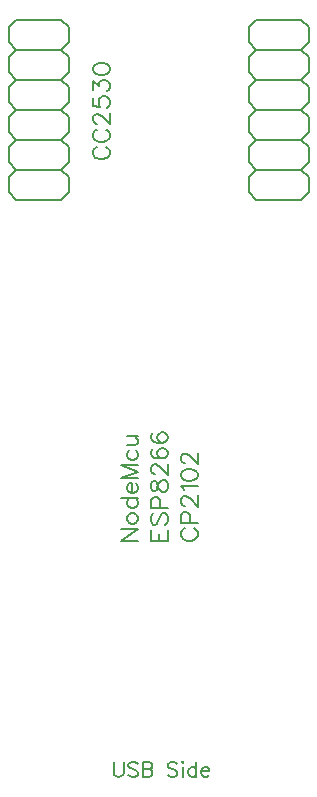
<source format=gto>
G04 Layer: TopSilkLayer*
G04 EasyEDA v6.3.22, 2020-02-26T16:32:33+01:00*
G04 ac0fba72113b465c8b3373fc4e38c277,2f1dc3ff27c442d188d0821d71f234e9,10*
G04 Gerber Generator version 0.2*
G04 Scale: 100 percent, Rotated: No, Reflected: No *
G04 Dimensions in millimeters *
G04 leading zeros omitted , absolute positions ,3 integer and 3 decimal *
%FSLAX33Y33*%
%MOMM*%
G90*
G71D02*

%ADD17C,0.203200*%

%LPD*%
G54D17*
G01X1143Y62484D02*
G01X4953Y62484D01*
G01X5588Y63119D01*
G01X5588Y64389D01*
G01X4953Y65024D01*
G01X1143Y65024D01*
G01X508Y64389D01*
G01X508Y63119D01*
G01X1143Y62484D01*
G01X508Y61849D01*
G01X508Y60579D01*
G01X1143Y59944D01*
G01X508Y59309D01*
G01X508Y58039D01*
G01X1143Y57404D01*
G01X508Y56769D01*
G01X508Y55499D01*
G01X1143Y54864D01*
G01X508Y54229D01*
G01X508Y52959D01*
G01X1143Y52324D01*
G01X508Y51689D01*
G01X508Y50419D01*
G01X1143Y49784D01*
G01X4953Y49784D01*
G01X5588Y50419D01*
G01X5588Y51689D01*
G01X4953Y52324D01*
G01X5588Y52959D01*
G01X5588Y54229D01*
G01X4953Y54864D01*
G01X5588Y55499D01*
G01X5588Y56769D01*
G01X4953Y57404D01*
G01X5588Y58039D01*
G01X5588Y59309D01*
G01X4953Y59944D01*
G01X5588Y60579D01*
G01X5588Y61849D01*
G01X4953Y62484D01*
G01X1143Y52324D02*
G01X4953Y52324D01*
G01X1143Y54864D02*
G01X4953Y54864D01*
G01X1143Y57404D02*
G01X4953Y57404D01*
G01X1143Y59944D02*
G01X4953Y59944D01*
G01X21463Y62484D02*
G01X25273Y62484D01*
G01X25908Y63119D01*
G01X25908Y64389D01*
G01X25273Y65024D01*
G01X21463Y65024D01*
G01X20828Y64389D01*
G01X20828Y63119D01*
G01X21463Y62484D01*
G01X20828Y61849D01*
G01X20828Y60579D01*
G01X21463Y59944D01*
G01X20828Y59309D01*
G01X20828Y58039D01*
G01X21463Y57404D01*
G01X20828Y56769D01*
G01X20828Y55499D01*
G01X21463Y54864D01*
G01X20828Y54229D01*
G01X20828Y52959D01*
G01X21463Y52324D01*
G01X20828Y51689D01*
G01X20828Y50419D01*
G01X21463Y49784D01*
G01X25273Y49784D01*
G01X25908Y50419D01*
G01X25908Y51689D01*
G01X25273Y52324D01*
G01X25908Y52959D01*
G01X25908Y54229D01*
G01X25273Y54864D01*
G01X25908Y55499D01*
G01X25908Y56769D01*
G01X25273Y57404D01*
G01X25908Y58039D01*
G01X25908Y59309D01*
G01X25273Y59944D01*
G01X25908Y60579D01*
G01X25908Y61849D01*
G01X25273Y62484D01*
G01X21463Y52324D02*
G01X25273Y52324D01*
G01X21463Y54864D02*
G01X25273Y54864D01*
G01X21463Y57404D02*
G01X25273Y57404D01*
G01X21463Y59944D02*
G01X25273Y59944D01*
G01X9398Y2156D02*
G01X9398Y1270D01*
G01X9456Y1092D01*
G01X9575Y975D01*
G01X9753Y916D01*
G01X9870Y916D01*
G01X10048Y975D01*
G01X10165Y1092D01*
G01X10226Y1270D01*
G01X10226Y2156D01*
G01X11442Y1978D02*
G01X11323Y2098D01*
G01X11148Y2156D01*
G01X10911Y2156D01*
G01X10734Y2098D01*
G01X10614Y1978D01*
G01X10614Y1861D01*
G01X10675Y1742D01*
G01X10734Y1684D01*
G01X10850Y1625D01*
G01X11206Y1506D01*
G01X11323Y1447D01*
G01X11384Y1389D01*
G01X11442Y1270D01*
G01X11442Y1092D01*
G01X11323Y975D01*
G01X11148Y916D01*
G01X10911Y916D01*
G01X10734Y975D01*
G01X10614Y1092D01*
G01X11831Y2156D02*
G01X11831Y916D01*
G01X11831Y2156D02*
G01X12364Y2156D01*
G01X12542Y2098D01*
G01X12600Y2039D01*
G01X12659Y1920D01*
G01X12659Y1803D01*
G01X12600Y1684D01*
G01X12542Y1625D01*
G01X12364Y1567D01*
G01X11831Y1567D02*
G01X12364Y1567D01*
G01X12542Y1506D01*
G01X12600Y1447D01*
G01X12659Y1328D01*
G01X12659Y1153D01*
G01X12600Y1033D01*
G01X12542Y975D01*
G01X12364Y916D01*
G01X11831Y916D01*
G01X14787Y1978D02*
G01X14668Y2098D01*
G01X14490Y2156D01*
G01X14254Y2156D01*
G01X14079Y2098D01*
G01X13959Y1978D01*
G01X13959Y1861D01*
G01X14018Y1742D01*
G01X14079Y1684D01*
G01X14196Y1625D01*
G01X14551Y1506D01*
G01X14668Y1447D01*
G01X14726Y1389D01*
G01X14787Y1270D01*
G01X14787Y1092D01*
G01X14668Y975D01*
G01X14490Y916D01*
G01X14254Y916D01*
G01X14079Y975D01*
G01X13959Y1092D01*
G01X15176Y2156D02*
G01X15234Y2098D01*
G01X15295Y2156D01*
G01X15234Y2214D01*
G01X15176Y2156D01*
G01X15234Y1742D02*
G01X15234Y916D01*
G01X16393Y2156D02*
G01X16393Y916D01*
G01X16393Y1567D02*
G01X16276Y1684D01*
G01X16156Y1742D01*
G01X15981Y1742D01*
G01X15862Y1684D01*
G01X15745Y1567D01*
G01X15684Y1389D01*
G01X15684Y1270D01*
G01X15745Y1092D01*
G01X15862Y975D01*
G01X15981Y916D01*
G01X16156Y916D01*
G01X16276Y975D01*
G01X16393Y1092D01*
G01X16784Y1389D02*
G01X17492Y1389D01*
G01X17492Y1506D01*
G01X17434Y1625D01*
G01X17376Y1684D01*
G01X17256Y1742D01*
G01X17078Y1742D01*
G01X16962Y1684D01*
G01X16842Y1567D01*
G01X16784Y1389D01*
G01X16784Y1270D01*
G01X16842Y1092D01*
G01X16962Y975D01*
G01X17078Y916D01*
G01X17256Y916D01*
G01X17376Y975D01*
G01X17492Y1092D01*
G01X10033Y20922D02*
G01X11465Y20922D01*
G01X10033Y20922D02*
G01X11465Y21877D01*
G01X10033Y21877D02*
G01X11465Y21877D01*
G01X10510Y22666D02*
G01X10579Y22532D01*
G01X10713Y22395D01*
G01X10919Y22326D01*
G01X11056Y22326D01*
G01X11259Y22395D01*
G01X11396Y22532D01*
G01X11465Y22666D01*
G01X11465Y22872D01*
G01X11396Y23007D01*
G01X11259Y23144D01*
G01X11056Y23213D01*
G01X10919Y23213D01*
G01X10713Y23144D01*
G01X10579Y23007D01*
G01X10510Y22872D01*
G01X10510Y22666D01*
G01X10033Y24480D02*
G01X11465Y24480D01*
G01X10713Y24480D02*
G01X10579Y24345D01*
G01X10510Y24208D01*
G01X10510Y24003D01*
G01X10579Y23868D01*
G01X10713Y23731D01*
G01X10919Y23662D01*
G01X11056Y23662D01*
G01X11259Y23731D01*
G01X11396Y23868D01*
G01X11465Y24003D01*
G01X11465Y24208D01*
G01X11396Y24345D01*
G01X11259Y24480D01*
G01X10919Y24930D02*
G01X10919Y25750D01*
G01X10782Y25750D01*
G01X10645Y25681D01*
G01X10579Y25613D01*
G01X10510Y25476D01*
G01X10510Y25273D01*
G01X10579Y25135D01*
G01X10713Y24998D01*
G01X10919Y24930D01*
G01X11056Y24930D01*
G01X11259Y24998D01*
G01X11396Y25135D01*
G01X11465Y25273D01*
G01X11465Y25476D01*
G01X11396Y25613D01*
G01X11259Y25750D01*
G01X10033Y26200D02*
G01X11465Y26200D01*
G01X10033Y26200D02*
G01X11465Y26743D01*
G01X10033Y27289D02*
G01X11465Y26743D01*
G01X10033Y27289D02*
G01X11465Y27289D01*
G01X10713Y28557D02*
G01X10579Y28422D01*
G01X10510Y28285D01*
G01X10510Y28082D01*
G01X10579Y27945D01*
G01X10713Y27807D01*
G01X10919Y27739D01*
G01X11056Y27739D01*
G01X11259Y27807D01*
G01X11396Y27945D01*
G01X11465Y28082D01*
G01X11465Y28285D01*
G01X11396Y28422D01*
G01X11259Y28557D01*
G01X10510Y29009D02*
G01X11191Y29009D01*
G01X11396Y29075D01*
G01X11465Y29212D01*
G01X11465Y29418D01*
G01X11396Y29552D01*
G01X11191Y29758D01*
G01X10510Y29758D02*
G01X11465Y29758D01*
G01X12547Y20922D02*
G01X13980Y20922D01*
G01X12547Y20922D02*
G01X12547Y21808D01*
G01X13230Y20922D02*
G01X13230Y21468D01*
G01X13980Y20922D02*
G01X13980Y21808D01*
G01X12753Y23213D02*
G01X12616Y23075D01*
G01X12547Y22872D01*
G01X12547Y22598D01*
G01X12616Y22395D01*
G01X12753Y22258D01*
G01X12890Y22258D01*
G01X13025Y22326D01*
G01X13093Y22395D01*
G01X13162Y22532D01*
G01X13299Y22941D01*
G01X13368Y23075D01*
G01X13434Y23144D01*
G01X13571Y23213D01*
G01X13776Y23213D01*
G01X13911Y23075D01*
G01X13980Y22872D01*
G01X13980Y22598D01*
G01X13911Y22395D01*
G01X13776Y22258D01*
G01X12547Y23662D02*
G01X13980Y23662D01*
G01X12547Y23662D02*
G01X12547Y24277D01*
G01X12616Y24480D01*
G01X12684Y24549D01*
G01X12821Y24617D01*
G01X13025Y24617D01*
G01X13162Y24549D01*
G01X13230Y24480D01*
G01X13299Y24277D01*
G01X13299Y23662D01*
G01X12547Y25407D02*
G01X12616Y25204D01*
G01X12753Y25135D01*
G01X12890Y25135D01*
G01X13025Y25204D01*
G01X13093Y25339D01*
G01X13162Y25613D01*
G01X13230Y25816D01*
G01X13368Y25953D01*
G01X13502Y26022D01*
G01X13708Y26022D01*
G01X13843Y25953D01*
G01X13911Y25885D01*
G01X13980Y25681D01*
G01X13980Y25407D01*
G01X13911Y25204D01*
G01X13843Y25135D01*
G01X13708Y25067D01*
G01X13502Y25067D01*
G01X13368Y25135D01*
G01X13230Y25273D01*
G01X13162Y25476D01*
G01X13093Y25750D01*
G01X13025Y25885D01*
G01X12890Y25953D01*
G01X12753Y25953D01*
G01X12616Y25885D01*
G01X12547Y25681D01*
G01X12547Y25407D01*
G01X12890Y26540D02*
G01X12821Y26540D01*
G01X12684Y26609D01*
G01X12616Y26677D01*
G01X12547Y26812D01*
G01X12547Y27086D01*
G01X12616Y27221D01*
G01X12684Y27289D01*
G01X12821Y27358D01*
G01X12959Y27358D01*
G01X13093Y27289D01*
G01X13299Y27152D01*
G01X13980Y26471D01*
G01X13980Y27426D01*
G01X12753Y28694D02*
G01X12616Y28625D01*
G01X12547Y28422D01*
G01X12547Y28285D01*
G01X12616Y28082D01*
G01X12821Y27945D01*
G01X13162Y27876D01*
G01X13502Y27876D01*
G01X13776Y27945D01*
G01X13911Y28082D01*
G01X13980Y28285D01*
G01X13980Y28354D01*
G01X13911Y28557D01*
G01X13776Y28694D01*
G01X13571Y28762D01*
G01X13502Y28762D01*
G01X13299Y28694D01*
G01X13162Y28557D01*
G01X13093Y28354D01*
G01X13093Y28285D01*
G01X13162Y28082D01*
G01X13299Y27945D01*
G01X13502Y27876D01*
G01X12753Y30030D02*
G01X12616Y29961D01*
G01X12547Y29758D01*
G01X12547Y29621D01*
G01X12616Y29418D01*
G01X12821Y29281D01*
G01X13162Y29212D01*
G01X13502Y29212D01*
G01X13776Y29281D01*
G01X13911Y29418D01*
G01X13980Y29621D01*
G01X13980Y29690D01*
G01X13911Y29895D01*
G01X13776Y30030D01*
G01X13571Y30099D01*
G01X13502Y30099D01*
G01X13299Y30030D01*
G01X13162Y29895D01*
G01X13093Y29690D01*
G01X13093Y29621D01*
G01X13162Y29418D01*
G01X13299Y29281D01*
G01X13502Y29212D01*
G01X15405Y21945D02*
G01X15270Y21877D01*
G01X15133Y21739D01*
G01X15064Y21602D01*
G01X15064Y21330D01*
G01X15133Y21193D01*
G01X15270Y21059D01*
G01X15405Y20990D01*
G01X15610Y20922D01*
G01X15951Y20922D01*
G01X16154Y20990D01*
G01X16291Y21059D01*
G01X16428Y21193D01*
G01X16497Y21330D01*
G01X16497Y21602D01*
G01X16428Y21739D01*
G01X16291Y21877D01*
G01X16154Y21945D01*
G01X15064Y22395D02*
G01X16497Y22395D01*
G01X15064Y22395D02*
G01X15064Y23007D01*
G01X15133Y23213D01*
G01X15201Y23281D01*
G01X15336Y23350D01*
G01X15542Y23350D01*
G01X15679Y23281D01*
G01X15745Y23213D01*
G01X15814Y23007D01*
G01X15814Y22395D01*
G01X15405Y23868D02*
G01X15336Y23868D01*
G01X15201Y23934D01*
G01X15133Y24003D01*
G01X15064Y24140D01*
G01X15064Y24411D01*
G01X15133Y24549D01*
G01X15201Y24617D01*
G01X15336Y24686D01*
G01X15473Y24686D01*
G01X15610Y24617D01*
G01X15814Y24480D01*
G01X16497Y23799D01*
G01X16497Y24754D01*
G01X15336Y25204D02*
G01X15270Y25339D01*
G01X15064Y25544D01*
G01X16497Y25544D01*
G01X15064Y26403D02*
G01X15133Y26200D01*
G01X15336Y26062D01*
G01X15679Y25994D01*
G01X15882Y25994D01*
G01X16222Y26062D01*
G01X16428Y26200D01*
G01X16497Y26403D01*
G01X16497Y26540D01*
G01X16428Y26743D01*
G01X16222Y26880D01*
G01X15882Y26949D01*
G01X15679Y26949D01*
G01X15336Y26880D01*
G01X15133Y26743D01*
G01X15064Y26540D01*
G01X15064Y26403D01*
G01X15405Y27467D02*
G01X15336Y27467D01*
G01X15201Y27536D01*
G01X15133Y27604D01*
G01X15064Y27739D01*
G01X15064Y28013D01*
G01X15133Y28148D01*
G01X15201Y28216D01*
G01X15336Y28285D01*
G01X15473Y28285D01*
G01X15610Y28216D01*
G01X15814Y28082D01*
G01X16497Y27399D01*
G01X16497Y28354D01*
G01X7980Y54236D02*
G01X7843Y54168D01*
G01X7708Y54030D01*
G01X7640Y53893D01*
G01X7640Y53621D01*
G01X7708Y53484D01*
G01X7843Y53350D01*
G01X7980Y53281D01*
G01X8186Y53213D01*
G01X8526Y53213D01*
G01X8729Y53281D01*
G01X8867Y53350D01*
G01X9004Y53484D01*
G01X9072Y53621D01*
G01X9072Y53893D01*
G01X9004Y54030D01*
G01X8867Y54168D01*
G01X8729Y54236D01*
G01X7980Y55707D02*
G01X7843Y55641D01*
G01X7708Y55504D01*
G01X7640Y55366D01*
G01X7640Y55095D01*
G01X7708Y54957D01*
G01X7843Y54823D01*
G01X7980Y54754D01*
G01X8186Y54686D01*
G01X8526Y54686D01*
G01X8729Y54754D01*
G01X8867Y54823D01*
G01X9004Y54957D01*
G01X9072Y55095D01*
G01X9072Y55366D01*
G01X9004Y55504D01*
G01X8867Y55641D01*
G01X8729Y55707D01*
G01X7980Y56225D02*
G01X7912Y56225D01*
G01X7777Y56294D01*
G01X7708Y56362D01*
G01X7640Y56499D01*
G01X7640Y56771D01*
G01X7708Y56908D01*
G01X7777Y56977D01*
G01X7912Y57045D01*
G01X8049Y57045D01*
G01X8186Y56977D01*
G01X8389Y56840D01*
G01X9072Y56159D01*
G01X9072Y57111D01*
G01X7640Y58381D02*
G01X7640Y57698D01*
G01X8252Y57630D01*
G01X8186Y57698D01*
G01X8117Y57904D01*
G01X8117Y58107D01*
G01X8186Y58313D01*
G01X8321Y58450D01*
G01X8526Y58516D01*
G01X8663Y58516D01*
G01X8867Y58450D01*
G01X9004Y58313D01*
G01X9072Y58107D01*
G01X9072Y57904D01*
G01X9004Y57698D01*
G01X8935Y57630D01*
G01X8798Y57564D01*
G01X7640Y59103D02*
G01X7640Y59855D01*
G01X8186Y59443D01*
G01X8186Y59649D01*
G01X8252Y59786D01*
G01X8321Y59855D01*
G01X8526Y59921D01*
G01X8663Y59921D01*
G01X8867Y59855D01*
G01X9004Y59717D01*
G01X9072Y59512D01*
G01X9072Y59309D01*
G01X9004Y59103D01*
G01X8935Y59034D01*
G01X8798Y58968D01*
G01X7640Y60782D02*
G01X7708Y60576D01*
G01X7912Y60439D01*
G01X8252Y60373D01*
G01X8458Y60373D01*
G01X8798Y60439D01*
G01X9004Y60576D01*
G01X9072Y60782D01*
G01X9072Y60916D01*
G01X9004Y61122D01*
G01X8798Y61259D01*
G01X8458Y61325D01*
G01X8252Y61325D01*
G01X7912Y61259D01*
G01X7708Y61122D01*
G01X7640Y60916D01*
G01X7640Y60782D01*
M00*
M02*

</source>
